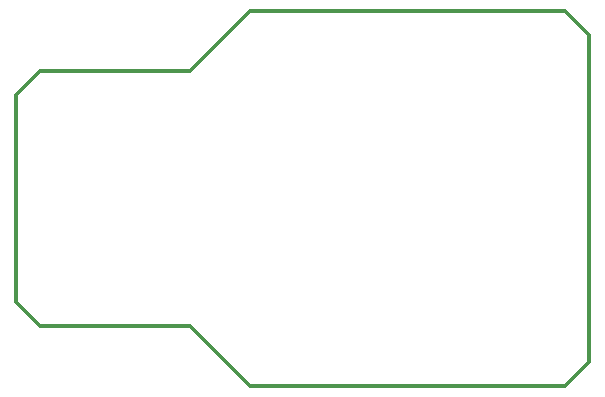
<source format=gbr>
G04 (created by PCBNEW-RS274X (2012-apr-16-27)-stable) date Wed 14 May 2014 05:30:57 PM MSK*
G01*
G70*
G90*
%MOIN*%
G04 Gerber Fmt 3.4, Leading zero omitted, Abs format*
%FSLAX34Y34*%
G04 APERTURE LIST*
%ADD10C,0.006000*%
%ADD11C,0.012000*%
G04 APERTURE END LIST*
G54D10*
G54D11*
X40200Y-34700D02*
X40200Y-33900D01*
X41000Y-35500D02*
X40200Y-34700D01*
X46000Y-35500D02*
X41000Y-35500D01*
X40200Y-27800D02*
X40200Y-34000D01*
X41000Y-27000D02*
X40200Y-27800D01*
X46000Y-27000D02*
X41000Y-27000D01*
X59300Y-36700D02*
X59200Y-36800D01*
X59300Y-36600D02*
X59300Y-36700D01*
X59300Y-25800D02*
X59300Y-36600D01*
X59200Y-25700D02*
X59300Y-25800D01*
X58500Y-25000D02*
X48000Y-25000D01*
X58500Y-37500D02*
X59200Y-36800D01*
X58500Y-25000D02*
X59200Y-25700D01*
X48000Y-37500D02*
X58500Y-37500D01*
X46000Y-35500D02*
X48000Y-37500D01*
X46000Y-27000D02*
X48000Y-25000D01*
M02*

</source>
